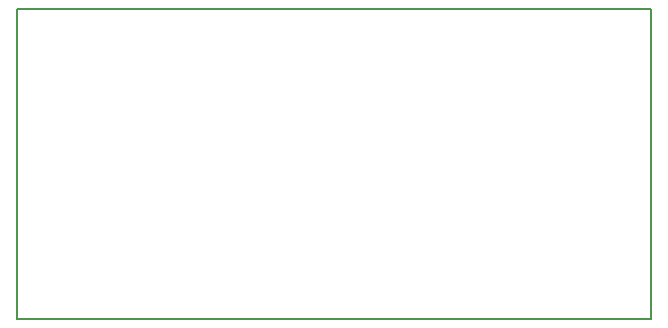
<source format=gbr>
G04 #@! TF.FileFunction,Profile,NP*
%FSLAX46Y46*%
G04 Gerber Fmt 4.6, Leading zero omitted, Abs format (unit mm)*
G04 Created by KiCad (PCBNEW 4.0.5+dfsg1-4) date Sun Sep  9 21:55:47 2018*
%MOMM*%
%LPD*%
G01*
G04 APERTURE LIST*
%ADD10C,0.100000*%
%ADD11C,0.150000*%
G04 APERTURE END LIST*
D10*
D11*
X86487000Y-21082000D02*
X32766000Y-21082000D01*
X32766000Y-47371000D02*
X86487000Y-47371000D01*
X86487000Y-32893000D02*
X86487000Y-21082000D01*
X86487000Y-32893000D02*
X86487000Y-47371000D01*
X32766000Y-47244000D02*
X32766000Y-47371000D01*
X32766000Y-21082000D02*
X32766000Y-47244000D01*
M02*

</source>
